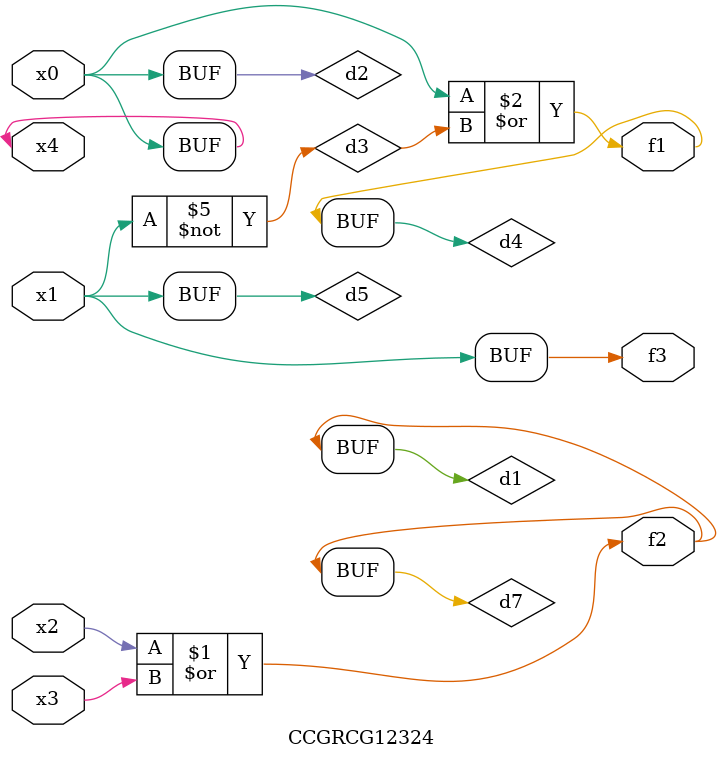
<source format=v>
module CCGRCG12324(
	input x0, x1, x2, x3, x4,
	output f1, f2, f3
);

	wire d1, d2, d3, d4, d5, d6, d7;

	or (d1, x2, x3);
	buf (d2, x0, x4);
	not (d3, x1);
	or (d4, d2, d3);
	not (d5, d3);
	nand (d6, d1, d3);
	or (d7, d1);
	assign f1 = d4;
	assign f2 = d7;
	assign f3 = d5;
endmodule

</source>
